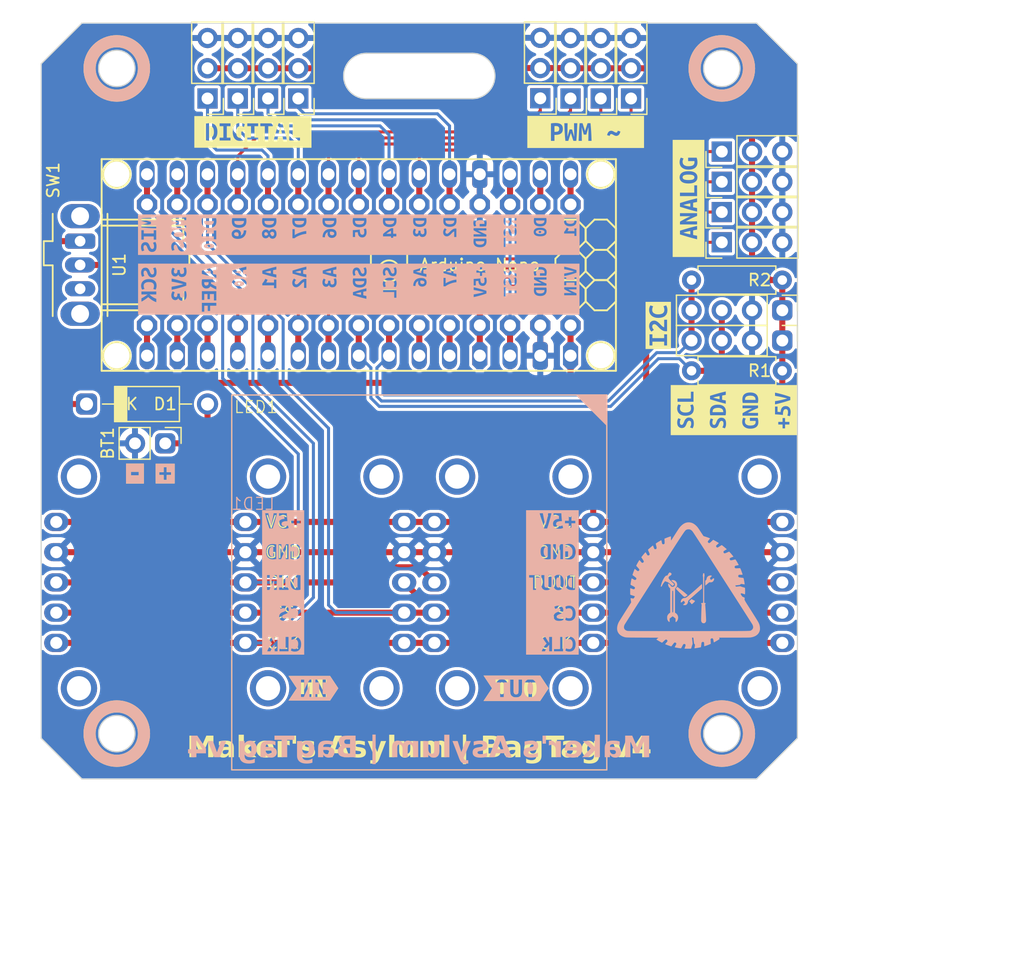
<source format=kicad_pcb>
(kicad_pcb (version 20240108) (generator "pcbnew") (generator_version "8.0")
  (title_block (title "8x8_Badge") (date "2023-06-19") (rev "v3") (company "Maker's Asylum"))
  (layers (0 "F.Cu" signal) (31 "B.Cu" signal) (36 "B.SilkS" user "B.Silkscreen") (37 "F.SilkS" user "F.Silkscreen") (38 "B.Mask" user) (39 "F.Mask" user) (44 "Edge.Cuts" user))
  (net 0 "")
  (net 1 "/GND")
  (net 2 "/SCL")
  (net 3 "/SDA")
  (net 4 "/5V")
  (net 5 "/D2")
  (net 6 "/D3")
  (net 7 "/D4")
  (net 8 "/D5")
  (net 9 "/D6")
  (net 10 "/D7")
  (net 11 "/D8")
  (net 12 "/D9")
  (net 13 "/D10")
  (net 14 "/MOSI")
  (net 15 "/MISO")
  (net 16 "/SCK")
  (net 17 "/RST1")
  (net 18 "/D0")
  (net 19 "/D1")
  (net 20 "/A7")
  (net 21 "/A6")
  (net 22 "/A3")
  (net 23 "/A2")
  (net 24 "/A1")
  (net 25 "/A0")
  (net 26 "/AREF")
  (net 27 "/3V3")
  (net 28 "/VIN")
  (net 29 "/9V")
  (net 30 "/8V3")
  (net 31 "/DOUT")
  (footprint "BagTag:PinHeader_1x03_P2.54mm_Vertical" (layer "F.Cu") (at 90.17 52.04 180)
    (property "Reference" "J10" (hide yes))
    (property "Value" "Conn_01x03")
  )
  (footprint "BagTag:PinHeader_1x03_P2.54mm_Vertical" (layer "F.Cu") (at 97.79 52.055 180)
    (property "Reference" "J7" (hide yes))
    (property "Value" "Conn_01x03")
  )
  (footprint "BagTag:PinHeader_1x01_P2.54mm_Vertical" (layer "F.Cu") (at 64.77 71.12)
    (property "Reference" "J43" (hide yes))
    (property "Value" "A0" (hide yes))
  )
  (footprint "kibuzzard-663CED10" (layer "F.Cu") (at 102.616 60.452 90)
    (property "Reference" "kibuzzard-663CED10" (hide yes))
    (property "Value" "G***" (hide yes))
  )
  (footprint "BagTag:PinHeader_1x01_P2.54mm_Vertical" (layer "F.Cu") (at 62.23 71.12)
    (property "Reference" "J44" (hide yes))
    (property "Value" "AREF" (hide yes))
  )
  (footprint "BagTag:PinHeader_1x01_P2.54mm_Vertical" (layer "F.Cu") (at 72.39 71.12)
    (property "Reference" "J40" (hide yes))
    (property "Value" "A3" (hide yes))
  )
  (footprint "kibuzzard-663CED63" (layer "F.Cu") (at 106.426 78.232 90)
    (property "Reference" "kibuzzard-663CED63" (hide yes))
    (property "Value" "G***" (hide yes))
  )
  (footprint "BagTag:PinHeader_1x03_P2.54mm_Vertical" (layer "F.Cu") (at 105.41 61.595 90)
    (property "Reference" "J13" (hide yes))
    (property "Value" "Conn_01x03")
  )
  (footprint "BagTag:PinHeader_1x03_P2.54mm_Vertical" (layer "F.Cu") (at 62.23 52.055 180)
    (property "Reference" "J6" (hide yes))
    (property "Value" "Conn_01x03")
  )
  (footprint "BagTag:PinHeader_1x01_P2.54mm_Vertical" (layer "F.Cu") (at 85.09 60.96)
    (property "Reference" "J49" (hide yes))
    (property "Value" "GND2" (hide yes))
  )
  (footprint "kibuzzard-663CED23" (layer "F.Cu") (at 93.98 54.864)
    (property "Reference" "kibuzzard-663CED23" (hide yes))
    (property "Value" "G***" (hide yes))
  )
  (footprint "BagTag:PinHeader_1x01_P2.54mm_Vertical" (layer "F.Cu") (at 67.31 71.12)
    (property "Reference" "J42" (hide yes))
    (property "Value" "A1" (hide yes))
  )
  (footprint "BagTag:PinHeader_1x03_P2.54mm_Vertical" (layer "F.Cu") (at 105.41 56.515 90)
    (property "Reference" "J11" (hide yes))
    (property "Value" "Conn_01x03")
  )
  (footprint "BagTag:PinHeader_1x01_P2.54mm_Vertical" (layer "F.Cu") (at 82.55 60.96)
    (property "Reference" "J20" (hide yes))
    (property "Value" "D2" (hide yes))
  )
  (footprint "BagTag:PinHeader_1x03_P2.54mm_Vertical" (layer "F.Cu") (at 64.77 52.055 180)
    (property "Reference" "J5" (hide yes))
    (property "Value" "Conn_01x03")
  )
  (footprint "BagTag:PinHeader_1x01_P2.54mm_Vertical" (layer "F.Cu") (at 77.47 60.96)
    (property "Reference" "J22" (hide yes))
    (property "Value" "D4" (hide yes))
  )
  (footprint "BagTag:PinHeader_1x01_P2.54mm_Vertical" (layer "F.Cu") (at 74.93 71.12)
    (property "Reference" "J39" (hide yes))
    (property "Value" "A4" (hide yes))
  )
  (footprint "BagTag:PinHeader_1x01_P2.54mm_Vertical" (layer "F.Cu") (at 80.01 71.12)
    (property "Reference" "J37" (hide yes))
    (property "Value" "A6" (hide yes))
  )
  (footprint "BagTag:PinHeader_1x02_P2.54mm_Vertical" (layer "F.Cu") (at 58.679 81.026 -90)
    (property "Reference" "BT1")
    (property "Value" "Bat")
  )
  (footprint "BagTag:PinHeader_1x04_P2.54mm_Vertical" (layer "F.Cu") (at 110.49 69.85 -90)
    (property "Reference" "J2" (hide yes))
    (property "Value" "Conn_I2C" (hide yes))
  )
  (footprint "BagTag:kibuzzard-6461CA3D" (layer "F.Cu") (at 100.076 71.12 90)
    (property "Reference" "kibuzzard-6461CA3D" (hide yes))
    (property "Value" "G***" (hide yes))
  )
  (footprint "BagTag:LED_matrix_8x8_M1088ASR" (layer "F.Cu") (at 80.01 92.71)
    (property "Reference" "LED1")
    (property "Value" "LED_8x8_1088AS")
  )
  (footprint "BagTag:PinHeader_1x01_P2.54mm_Vertical" (layer "F.Cu") (at 59.69 60.96)
    (property "Reference" "J29" (hide yes))
    (property "Value" "D11" (hide yes))
  )
  (footprint "BagTag:PinHeader_1x01_P2.54mm_Vertical" (layer "F.Cu") (at 59.69 71.12)
    (property "Reference" "J47" (hide yes))
    (property "Value" "3V3" (hide yes))
  )
  (footprint "BagTag:PinHeader_1x01_P2.54mm_Vertical" (layer "F.Cu") (at 74.93 60.96)
    (property "Reference" "J23" (hide yes))
    (property "Value" "D5" (hide yes))
  )
  (footprint "BagTag:PinHeader_1x01_P2.54mm_Vertical" (layer "F.Cu") (at 62.23 60.96)
    (property "Reference" "J28" (hide yes))
    (property "Value" "D10" (hide yes))
  )
  (footprint "BagTag:PinHeader_1x01_P2.54mm_Vertical" (layer "F.Cu") (at 90.17 60.96)
    (property "Reference" "J34" (hide yes))
    (property "Value" "D0" (hide yes))
  )
  (footprint "BagTag:PinHeader_1x04_P2.54mm_Vertical" (layer "F.Cu") (at 110.49 72.39 -90)
    (property "Reference" "J1" (hide yes))
    (property "Value" "Conn_I2C")
  )
  (footprint "BagTag:PinHeader_1x01_P2.54mm_Vertical" (layer "F.Cu") (at 87.63 60.96)
    (property "Reference" "J33" (hide yes))
    (property "Value" "RST1" (hide yes))
  )
  (footprint "BagTag:PinHeader_1x01_P2.54mm_Vertical" (layer "F.Cu") (at 82.55 71.12)
    (property "Reference" "J36" (hide yes))
    (property "Value" "A7" (hide yes))
  )
  (footprint "BagTag:PinHeader_1x01_P2.54mm_Vertical" (layer "F.Cu") (at 90.17 71.12)
    (property "Reference" "J48" (hide yes))
    (property "Value" "GND1" (hide yes))
  )
  (footprint "BagTag:LED_8x8_M1088ASR_min" (layer "F.Cu") (at 95.885 92.71)
    (property "Reference" "LED2" (hide yes))
    (property "Value" "LED_8x8_1088AS" (hide yes))
  )
  (footprint "BagTag:kibuzzard-6461CA60" (layer "F.Cu") (at 71.12 101.6)
    (property "Reference" "kibuzzard-6461CA60" (hide yes))
    (property "Value" "G***" (hide yes))
  )
  (footprint "BagTag:PinHeader_1x01_P2.54mm_Vertical" (layer "F.Cu") (at 67.31 60.96)
    (property "Reference" "J26" (hide yes))
    (property "Value" "D8" (hide yes))
  )
  (footprint "BagTag:PinHeader_1x03_P2.54mm_Vertical" (layer "F.Cu") (at 105.41 59.055 90)
    (property "Reference" "J12" (hide yes))
    (property "Value" "Conn_01x03")
  )
  (footprint "BagTag:PinHeader_1x01_P2.54mm_Vertical" (layer "F.Cu") (at 85.09 71.12)
    (property "Reference" "J46" (hide yes))
    (property "Value" "5V" (hide yes))
  )
  (footprint "BagTag:PinHeader_1x01_P2.54mm_Vertical" (layer "F.Cu") (at 80.01 60.96)
    (property "Reference" "J21" (hide yes))
    (property "Value" "D3" (hide yes))
  )
  (footprint "BagTag:PinHeader_1x03_P2.54mm_Vertical" (layer "F.Cu") (at 69.85 52.055 180)
    (property "Reference" "J3" (hide yes))
    (property "Value" "Conn_01x03")
  )
  (footprint "BagTag:kibuzzard-64612FED" (layer "F.Cu") (at 56.134 83.566 180)
    (property "Reference" "kibuzzard-64612FED" (hide yes))
    (property "Value" "G***" (hide yes))
  )
  (footprint "BagTag:PinHeader_1x01_P2.54mm_Vertical" (layer "F.Cu") (at 69.85 71.12)
    (property "Reference" "J41" (hide yes))
    (property "Value" "A2" (hide yes))
  )
  (footprint "BagTag:kibuzzard-6461CA59" (layer "F.Cu") (at 88.138 101.6)
    (property "Reference" "kibuzzard-6461CA59" (hide yes))
    (property "Value" "G***" (hide yes))
  )
  (footprint "BagTag:R_Axial_DIN0207_L6.3mm_D2.5mm_P7.62mm_Horizontal" (layer "F.Cu") (at 110.49 67.31 180)
    (property "Reference" "R2")
    (property "Value" "10k")
  )
  (footprint "BagTag:PinHeader_1x01_P2.54mm_Vertical" (layer "F.Cu") (at 57.15 71.12)
    (property "Reference" "J31" (hide yes))
    (property "Value" "D13" (hide yes))
  )
  (footprint "BagTag:PinHeader_1x01_P2.54mm_Vertical" (layer "F.Cu") (at 57.15 60.96)
    (property "Reference" "J30" (hide yes))
    (property "Value" "D12" (hide yes))
  )
  (footprint "BagTag:PinHeader_1x03_P2.54mm_Vertical" (layer "F.Cu") (at 67.31 52.055 180)
    (property "Reference" "J4" (hide yes))
    (property "Value" "Conn_01x03")
  )
  (footprint "BagTag:PinHeader_1x01_P2.54mm_Vertical" (layer "F.Cu") (at 72.39 60.96)
    (property "Reference" "J24" (hide yes))
    (property "Value" "D6" (hide yes))
  )
  (footprint "BagTag:PinHeader_1x01_P2.54mm_Vertical" (layer "F.Cu") (at 64.77 60.96)
    (property "Reference" "J27" (hide yes))
    (property "Value" "D9" (hide yes))
  )
  (footprint "BagTag:PinHeader_1x03_P2.54mm_Vertical" (layer "F.Cu") (at 92.71 52.055 180)
    (property "Reference" "J9" (hide yes))
    (property "Value" "Conn_01x03")
  )
  (footprint "BagTag:Arduino_Nano_v2_NoSPI" (layer "F.Cu") (at 95.25 66.04 -90)
    (property "Reference" "U1")
    (property "Value" "Arduino_Nano")
  )
  (footprint "BagTag:LED_8x8_M1088ASR_min" (layer "F.Cu") (at 64.135 92.71)
    (property "Reference" "LED3" (hide yes))
    (property "Value" "LED_8x8_1088AS" (hide yes))
  )
  (footprint "BagTag:SW_CuK_OS102011MA1QN1_SPDT_Angled" (layer "F.Cu") (at 51.53 64.04 -90)
    (property "Reference" "SW1")
    (property "Value" "ON")
  )
  (footprint "BagTag:PinHeader_1x01_P2.54mm_Vertical" (layer "F.Cu") (at 92.71 71.12)
    (property "Reference" "J45" (hide yes))
    (property "Value" "VIN" (hide yes))
  )
  (footprint "BagTag:PinHeader_1x01_P2.54mm_Vertical" (layer "F.Cu") (at 77.47 71.12)
    (property "Reference" "J38" (hide yes))
    (property "Value" "A5" (hide yes))
  )
  (footprint "BagTag:kibuzzard-64612FA6" (layer "F.Cu") (at 58.674 83.566 180)
    (property "Reference" "kibuzzard-64612FA6" (hide yes))
    (property "Value" "G***" (hide yes))
  )
  (footprint "BagTag:PinHeader_1x01_P2.54mm_Vertical" (layer "F.Cu") (at 69.85 60.96)
    (property "Reference" "J25" (hide yes))
    (property "Value" "D7" (hide yes))
  )
  (footprint "BagTag:PinHeader_1x03_P2.54mm_Vertical" (layer "F.Cu") (at 95.25 52.055 180)
    (property "Reference" "J8" (hide yes))
    (property "Value" "Conn_01x03")
  )
  (footprint "BagTag:PinHeader_1x03_P2.54mm_Vertical" (layer "F.Cu") (at 105.41 64.135 90)
    (property "Reference" "J14" (hide yes))
    (property "Value" "Conn_01x03")
  )
  (footprint "BagTag:PinHeader_1x01_P2.54mm_Vertical" (layer "F.Cu") (at 92.71 60.96)
    (property "Reference" "J35" (hide yes))
    (property "Value" "D1" (hide yes))
  )
  (footprint "BagTag:D_DO-41_SOD81_P10.16mm_Horizontal" (layer "F.Cu") (at 52.07 77.724)
    (property "Reference" "D1")
    (property "Value" "1N4001")
  )
  (footprint "BagTag:R_Axial_DIN0207_L6.3mm_D2.5mm_P7.62mm_Horizontal" (layer "F.Cu") (at 110.49 74.93 180)
    (property "Reference" "R1")
    (property "Value" "10k")
  )
  (footprint "BagTag:PinHeader_1x01_P2.54mm_Vertical" (layer "F.Cu") (at 87.63 71.12)
    (property "Reference" "J32" (hide yes))
    (property "Value" "RST1" (hide yes))
  )
  (footprint "kibuzzard-663CECFE" (layer "F.Cu") (at 66.04 54.864)
    (property "Reference" "kibuzzard-663CECFE" (hide yes))
    (property "Value" "G***" (hide yes))
  )
  (footprint "BagTag:kibuzzard-64612FA6" (layer "B.Cu") (at 58.674 83.566 180)
    (property "Reference" "kibuzzard-64612FA6" (hide yes))
    (property "Value" "G***" (hide yes))
  )
  (footprint "BagTag:MA_logo_12mmx10mm" (layer "B.Cu") (at 102.616 92.964 180)
    (property "Reference" "G***" (hide yes))
    (property "Value" "LOGO" (hide yes))
  )
  (footprint "BagTag:kibuzzard-6461377A" (layer "B.Cu") (at 74.93 63.5 -90)
    (property "Reference" "kibuzzard-6461377A" (hide yes))
    (property "Value" "G***" (hide yes))
  )
  (footprint "BagTag:kibuzzard-64612FED" (layer "B.Cu") (at 56.134 83.566 180)
    (property "Reference" "kibuzzard-64612FED" (hide yes))
    (property "Value" "G***" (hide yes))
  )
  (footprint "BagTag:kibuzzard-6461376B" (layer "B.Cu") (at 74.93 68.072 -90)
    (property "Reference" "kibuzzard-6461376B" (hide yes))
    (property "Value" "G***" (hide yes))
  )
  (footprint "BagTag:kibuzzard-646134AD" (layer "B.Cu") (at 68.58 92.71 180)
    (property "Reference" "kibuzzard-646134AD" (hide yes))
    (property "Value" "G***" (hide yes))
  )
  (footprint "BagTag:kibuzzard-6461CA4A" (layer "B.Cu") (at 71.12 101.6 180)
    (property "Reference" "kibuzzard-6461CA4A" (hide yes))
    (property "Value" "G***" (hide yes))
  )
  (footprint "BagTag:kibuzzard-6461CA6F" (layer "B.Cu") (at 88.138 101.6 180)
    (property "Reference" "kibuzzard-6461CA6F" (hide yes))
    (property "Value" "G***" (hide yes))
  )
  (footprint "BagTag:kibuzzard-646134FF" (layer "B.Cu") (at 91.186 92.71 180)
    (property "Reference" "kibuzzard-646134FF" (hide yes))
    (property "Value" "G***" (hide yes))
  )
  (gr_circle (center 54.61 105.41) (end 56.896 105.41) (stroke (width 1.016)) (fill none) (layer "B.SilkS"))
  (gr_circle (center 54.61 49.53) (end 56.896 49.53) (stroke (width 1.016)) (fill none) (layer "B.SilkS"))
  (gr_circle (center 105.41 49.53) (end 107.696 49.53) (stroke (width 1.016)) (fill none) (layer "B.SilkS"))
  (gr_circle (center 105.41 105.41) (end 107.696 105.41) (stroke (width 1.016)) (fill none) (layer "B.SilkS"))
  (gr_circle (center 54.61 105.41) (end 52.324 105.41) (stroke (width 1.016)) (fill none) (layer "F.SilkS"))
  (gr_circle (center 105.41 49.53) (end 103.124 49.53) (stroke (width 1.016)) (fill none) (layer "F.SilkS"))
  (gr_circle (center 105.41 105.41) (end 103.124 105.41) (stroke (width 1.016)) (fill none) (layer "F.SilkS"))
  (gr_circle (center 54.61 49.53) (end 52.324 49.53) (stroke (width 1.016)) (fill none) (layer "F.SilkS"))
  (gr_line (start 84.455 52.07) (end 75.565 52.07) (stroke (width 0.1)) (layer "Edge.Cuts"))
  (gr_line (start 48.26 61.722) (end 48.26 105.791) (stroke (width 0.1)) (layer "Edge.Cuts"))
  (gr_circle (center 105.41 49.53) (end 106.934 49.53) (stroke (width 0.1)) (fill none) (layer "Edge.Cuts"))
  (gr_line (start 48.26 49.149) (end 51.689 45.72) (stroke (width 0.1)) (layer "Edge.Cuts"))
  (gr_line (start 51.689 45.72) (end 108.331 45.72) (stroke (width 0.1)) (layer "Edge.Cuts"))
  (gr_line (start 48.26 57.658) (end 48.26 61.722) (stroke (width 0.1)) (layer "Edge.Cuts"))
  (gr_line (start 111.76 49.149) (end 108.331 45.72) (stroke (width 0.1)) (layer "Edge.Cuts"))
  (gr_line (start 108.331 109.22) (end 111.76 105.791) (stroke (width 0.1)) (layer "Edge.Cuts"))
  (gr_arc (start 75.565 52.07) (mid 73.66 50.165) (end 75.565 48.26) (stroke (width 0.1)) (layer "Edge.Cuts"))
  (gr_circle (center 54.61 105.41) (end 56.134 105.41) (stroke (width 0.1)) (fill none) (layer "Edge.Cuts"))
  (gr_line (start 108.331 109.22) (end 51.689 109.22) (stroke (width 0.1)) (layer "Edge.Cuts"))
  (gr_line (start 48.26 105.791) (end 51.689 109.22) (stroke (width 0.1)) (layer "Edge.Cuts"))
  (gr_line (start 111.76 49.149) (end 111.76 57.658) (stroke (width 0.1)) (layer "Edge.Cuts"))
  (gr_line (start 111.76 61.722) (end 111.76 105.791) (stroke (width 0.1)) (layer "Edge.Cuts"))
  (gr_circle (center 105.41 105.41) (end 106.934 105.41) (stroke (width 0.1)) (fill none) (layer "Edge.Cuts"))
  (gr_circle (center 54.61 49.53) (end 56.134 49.53) (stroke (width 0.1)) (fill none) (layer "Edge.Cuts"))
  (gr_line (start 111.76 61.722) (end 111.76 57.658) (stroke (width 0.1)) (layer "Edge.Cuts"))
  (gr_arc (start 84.455 48.26) (mid 86.36 50.165) (end 84.455 52.07) (stroke (width 0.1)) (layer "Edge.Cuts"))
  (gr_line (start 75.565 48.26) (end 84.455 48.26) (stroke (width 0.1)) (layer "Edge.Cuts"))
  (gr_line (start 48.26 49.149) (end 48.26 57.658) (stroke (width 0.1)) (layer "Edge.Cuts"))
  (gr_text "Maker's Asylum | BagTag v4" (at 80.01 107.696 0) (layer "B.SilkS") (effects (font (size 1.778 1.778)) (justify bottom mirror)))
  (gr_text "Maker's Asylum | BagTag v4" (at 80.01 107.696 0) (layer "F.SilkS") (effects (font (size 1.778 1.778)) (justify bottom)))
  (segment (start 94.615 90.17) (end 110.49 90.17) (width 0.508) (layer "F.Cu") (net 1))
  (segment (start 65.405 90.17) (end 78.74 90.17) (width 0.508) (layer "F.Cu") (net 1))
  (segment (start 49.53 90.17) (end 65.405 90.17) (width 0.508) (layer "F.Cu") (net 1))
  (segment (start 85.09 60.96) (end 85.09 58.42) (width 0.508) (layer "F.Cu") (net 1))
  (segment (start 81.28 90.17) (end 94.615 90.17) (width 0.508) (layer "F.Cu") (net 1))
  (segment (start 78.74 90.17) (end 81.28 90.17) (width 0.508) (layer "F.Cu") (net 1))
  (segment (start 90.17 73.66) (end 90.17 71.12) (width 0.508) (layer "F.Cu") (net 1))
  (segment (start 107.95 69.85) (end 107.95 72.39) (width 0.508) (layer "B.Cu") (net 1))
  (segment (start 92.71 46.975) (end 95.25 46.975) (width 0.508) (layer "B.Cu") (net 1))
  (segment (start 92.695 46.96) (end 92.71 46.975) (width 0.508) (layer "B.Cu") (net 1))
  (segment (start 67.31 46.975) (end 69.85 46.975) (width 0.508) (layer "B.Cu") (net 1))
  (segment (start 110.49 59.055) (end 110.49 56.515) (width 0.508) (layer "B.Cu") (net 1))
  (segment (start 95.25 46.975) (end 97.79 46.975) (width 0.508) (layer "B.Cu") (net 1))
  (segment (start 110.49 64.135) (end 110.49 61.595) (width 0.508) (layer "B.Cu") (net 1))
  (segment (start 62.23 46.975) (end 64.77 46.975) (width 0.508) (layer "B.Cu") (net 1))
  (segment (start 64.77 46.975) (end 67.31 46.975) (width 0.508) (layer "B.Cu") (net 1))
  (segment (start 90.17 46.96) (end 92.695 46.96) (width 0.508) (layer "B.Cu") (net 1))
  (segment (start 110.49 61.595) (end 110.49 59.055) (width 0.508) (layer "B.Cu") (net 1))
  (segment (start 102.87 72.39) (end 102.87 69.85) (width 0.508) (layer "F.Cu") (net 2))
  (segment (start 77.47 73.66) (end 77.47 71.12) (width 0.508) (layer "F.Cu") (net 2))
  (segment (start 102.87 69.85) (end 102.87 67.31) (width 0.508) (layer "F.Cu") (net 2))
  (segment (start 77.47 73.66) (end 76.454 74.676) (width 0.254) (layer "B.Cu") (net 2))
  (segment (start 76.454 77.081948) (end 76.842052 77.47) (width 0.254) (layer "B.Cu") (net 2))
  (segment (start 76.454 74.676) (end 76.454 77.081948) (width 0.254) (layer "B.Cu") (net 2))
  (segment (start 95.885 77.47) (end 99.949 73.406) (width 0.254) (layer "B.Cu") (net 2))
  (segment (start 99.949 73.406) (end 101.854 73.406) (width 0.254) (layer "B.Cu") (net 2))
  (segment (start 76.842052 77.47) (end 95.885 77.47) (width 0.254) (layer "B.Cu") (net 2))
  (segment (start 101.854 73.406) (end 102.87 72.39) (width 0.254) (layer "B.Cu") (net 2))
  (segment (start 105.41 73.66) (end 104.14 74.93) (width 0.508) (layer "F.Cu") (net 3))
  (segment (start 105.41 69.85) (end 105.41 72.39) (width 0.508) (layer "F.Cu") (net 3))
  (segment (start 74.93 73.66) (end 74.93 71.12) (width 0.508) (layer "F.Cu") (net 3))
  (segment (start 104.14 74.93) (end 102.87 74.93) (width 0.508) (layer "F.Cu") (net 3))
  (segment (start 105.41 72.39) (end 105.41 73.66) (width 0.508) (layer "F.Cu") (net 3))
  (segment (start 76.654 77.924) (end 75.946 77.216) (width 0.254) (layer "B.Cu") (net 3))
  (segment (start 102.87 74.93) (end 101.854 73.914) (width 0.254) (layer "B.Cu") (net 3))
  (segment (start 100.083053 73.914) (end 96.073053 77.924) (width 0.254) (layer "B.Cu") (net 3))
  (segment (start 75.946 74.676) (end 74.93 73.66) (width 0.254) (layer "B.Cu") (net 3))
  (segment (start 75.946 77.216) (end 75.946 74.676) (width 0.254) (layer "B.Cu") (net 3))
  (segment (start 96.073053 77.924) (end 76.654 77.924) (width 0.254) (layer "B.Cu") (net 3))
  (segment (start 101.854 73.914) (end 100.083053 73.914) (width 0.254) (layer "B.Cu") (net 3))
  (segment (start 95.25 49.515) (end 97.79 49.515) (width 0.508) (layer "F.Cu") (net 4))
  (segment (start 107.95 65.786) (end 109.474 67.31) (width 0.508) (layer "F.Cu") (net 4))
  (segment (start 49.53 87.63) (end 65.405 87.63) (width 0.508) (layer "F.Cu") (net 4))
  (segment (start 100.076 50.673) (end 98.918 49.515) (width 0.508) (layer "F.Cu") (net 4))
  (segment (start 71.135 49.515) (end 73.66 46.99) (width 0.508) (layer "F.Cu") (net 4))
  (segment (start 97.536 69.342) (end 99.06 70.866) (width 0.508) (layer "F.Cu") (net 4))
  (segment (start 110.49 74.93) (end 110.49 76.2) (width 0.508) (layer "F.Cu") (net 4))
  (segment (start 78.74 87.63) (end 81.28 87.63) (width 0.508) (layer "F.Cu") (net 4))
  (segment (start 107.95 61.595) (end 107.95 64.135) (width 0.508) (layer "F.Cu") (net 4))
  (segment (start 92.695 49.5) (end 92.71 49.515) (width 0.508) (layer "F.Cu") (net 4))
  (segment (start 110.49 69.85) (end 110.49 72.39) (width 0.508) (layer "F.Cu") (net 4))
  (segment (start 85.09 73.66) (end 85.09 71.12) (width 0.508) (layer "F.Cu") (net 4))
  (segment (start 73.66 46.99) (end 86.106 46.99) (width 0.508) (layer "F.Cu") (net 4))
  (segment (start 86.106 46.99) (end 88.616 49.5) (width 0.508) (layer "F.Cu") (net 4))
  (segment (start 85.09 71.12) (end 85.09 70.104) (width 0.508) (layer "F.Cu") (net 4))
  (segment (start 110.49 72.39) (end 110.49 74.93) (width 0.508) (layer "F.Cu") (net 4))
  (segment (start 64.77 49.515) (end 67.31 49.515) (width 0.508) (layer "F.Cu") (net 4))
  (segment (start 99.06 77.47) (end 99.06 84.582) (width 0.508) (layer "F.Cu") (net 4))
  (segment (start 107.95 55.372) (end 107.188 54.61) (width 0.508) (layer "F.Cu") (net 4))
  (segment (start 99.06 84.582) (end 98.044 85.598) (width 0.508) (layer "F.Cu") (net 4))
  (segment (start 65.405 87.63) (end 78.74 87.63) (width 0.508) (layer "F.Cu") (net 4))
  (segment (start 90.17 49.5) (end 92.695 49.5) (width 0.508) (layer "F.Cu") (net 4))
  (segment (start 109.22 77.47) (end 99.06 77.47) (width 0.508) (layer "F.Cu") (net 4))
  (segment (start 107.95 56.515) (end 107.95 59.055) (width 0.508) (layer "F.Cu") (net 4))
  (segment (start 85.852 69.342) (end 97.536 69.342) (width 0.508) (layer "F.Cu") (net 4))
  (segment (start 85.09 70.104) (end 85.852 69.342) (width 0.508) (layer "F.Cu") (net 4))
  (segment (start 62.23 49.515) (end 64.77 49.515) (width 0.508) (layer "F.Cu") (net 4))
  (segment (start 92.71 49.515) (end 95.25 49.515) (width 0.508) (layer "F.Cu") (net 4))
  (segment (start 101.6 54.61) (end 100.076 53.086) (width 0.508) (layer "F.Cu") (net 4))
  (segment (start 109.474 67.31) (end 110.49 67.31) (width 0.508) (layer "F.Cu") (net 4))
  (segment (start 69.85 49.515) (end 71.135 49.515) (width 0.508) (layer "F.Cu") (net 4))
  (segment (start 110.49 67.31) (end 110.49 69.85) (width 0.508) (layer "F.Cu") (net 4))
  (segment (start 107.188 54.61) (end 101.6 54.61) (width 0.508) (layer "F.Cu") (net 4))
  (segment (start 67.31 49.515) (end 69.85 49.515) (width 0.508) (layer "F.Cu") (net 4))
  (segment (start 110.49 76.2) (end 109.22 77.47) (width 0.508) (layer "F.Cu") (net 4))
  (segment (start 98.918 49.515) (end 97.79 49.515) (width 0.508) (layer "F.Cu") (net 4))
  (segment (start 100.076 53.086) (end 100.076 50.673) (width 0.508) (layer "F.Cu") (net 4))
  (segment (start 94.615 86.487) (end 94.615 87.63) (width 0.508) (layer "F.Cu") (net 4))
  (segment (start 107.95 59.055) (end 107.95 61.595) (width 0.508) (layer "F.Cu") (net 4))
  (segment (start 88.616 49.5) (end 90.17 49.5) (width 0.508) (layer "F.Cu") (net 4))
  (segment (start 81.28 87.63) (end 110.49 87.63) (width 0.508) (layer "F.Cu") (net 4))
  (segment (start 98.044 85.598) (end 95.504 85.598) (width 0.508) (layer "F.Cu") (net 4))
  (segment (start 107.95 64.135) (end 107.95 65.786) (width 0.508) (layer "F.Cu") (net 4))
  (segment (start 99.06 70.866) (end 99.06 77.47) (width 0.508) (layer "F.Cu") (net 4))
  (segment (start 95.504 85.598) (end 94.615 86.487) (width 0.508) (layer "F.Cu") (net 4))
  (segment (start 107.95 56.515) (end 107.95 55.372) (width 0.508) (layer "F.Cu") (net 4))
  (segment (start 82.55 58.42) (end 82.55 60.96) (width 0.508) (layer "F.Cu") (net 5))
  (segment (start 81.534 53.34) (end 70.358 53.34) (width 0.254) (layer "B.Cu") (net 5))
  (segment (start 69.85 52.832) (end 69.85 52.055) (width 0.254) (layer "B.Cu") (net 5))
  (segment (start 82.55 58.42) (end 82.55 54.356) (width 0.254) (layer "B.Cu") (net 5))
  (segment (start 70.358 53.34) (end 69.85 52.832) (width 0.254) (layer "B.Cu") (net 5))
  (segment (start 82.55 54.356) (end 81.534 53.34) (width 0.254) (layer "B.Cu") (net 5))
  (segment (start 80.518 56.388) (end 94.615 56.388) (width 0.254) (layer "F.Cu") (net 6))
  (segment (start 97.79 53.213) (end 97.79 52.055) (width 0.254) (layer "F.Cu") (net 6))
  (segment (start 94.615 56.388) (end 97.79 53.213) (width 0.254) (layer "F.Cu") (net 6))
  (segment (start 80.01 60.96) (end 80.01 58.42) (width 0.508) (layer "F.Cu") (net 6))
  (segment (start 80.01 58.42) (end 80.01 56.896) (width 0.254) (layer "F.Cu") (net 6))
  (segment (start 80.01 56.896) (end 80.518 56.388) (width 0.254) (layer "F.Cu") (net 6))
  (segment (start 77.47 58.42) (end 77.47 60.96) (width 0.508) (layer "F.Cu") (net 7))
  (segment (start 67.31 53.34) (end 67.31 52.055) (width 0.254) (layer "B.Cu") (net 7))
  (segment (start 68.326 54.356) (end 67.31 53.34) (width 0.254) (layer "B.Cu") (net 7))
  (segment (start 76.708 54.356) (end 68.326 54.356) (width 0.254) (layer "B.Cu") (net 7))
  (segment (start 77.47 55.118) (end 76.708 54.356) (width 0.254) (layer "B.Cu") (net 7))
  (segment (start 77.47 58.42) (end 77.47 55.118) (width 0.254) (layer "B.Cu") (net 7))
  (segment (start 74.93 58.42) (end 74.93 56.896) (width 0.254) (layer "F.Cu") (net 8))
  (segment (start 74.93 56.896) (end 75.946 55.88) (width 0.254) (layer "F.Cu") (net 8))
  (segment (start 75.946 55.88) (end 92.583 55.88) (width 0.254) (layer "F.Cu") (net 8))
  (segment (start 92.583 55.88) (end 95.25 53.213) (width 0.254) (layer "F.Cu") (net 8))
  (segment (start 95.25 53.213) (end 95.25 52.055) (width 0.254) (layer "F.Cu") (net 8))
  (segment (start 74.93 60.96) (end 74.93 58.42) (width 0.508) (layer "F.Cu") (net 8))
  (segment (start 73.914 55.372) (end 90.424 55.372) (width 0.254) (layer "F.Cu") (net 9))
  (segment (start 72.39 56.896) (end 73.914 55.372) (width 0.254) (layer "F.Cu") (net 9))
  (segment (start 72.39 58.42) (end 72.39 60.96) (width 0.508) (layer "F.Cu") (net 9))
  (segment (start 72.39 58.42) (end 72.39 56.896) (width 0.254) (layer "F.Cu") (net 9))
  (segment (start 92.71 53.086) (end 92.71 52.055) (width 0.254) (layer "F.Cu") (net 9))
  (segment (start 90.424 55.372) (end 92.71 53.086) (width 0.254) (layer "F.Cu") (net 9))
  (segment (start 69.85 60.96) (end 69.85 58.42) (width 0.508) (layer "F.Cu") (net 10))
  (segment (start 69.85 58.42) (end 69.85 56.134) (width 0.254) (layer "B.Cu") (net 10))
  (segment (start 69.088 55.372) (end 65.532 55.372) (width 0.254) (layer "B.Cu") (net 10))
  (segment (start 64.77 54.61) (end 64.77 52.055) (width 0.254) (layer "B.Cu") (net 10))
  (segment (start 65.532 55.372) (end 64.77 54.61) (width 0.254) (layer "B.Cu") (net 10))
  (segment (start 69.85 56.134) (end 69.088 55.372) (width 0.254) (layer "B.Cu") (net 10))
  (segment (start 67.31 58.42) (end 67.31 60.96) (width 0.508) (layer "F.Cu") (net 11))
  (segment (start 67.31 56.896) (end 66.802 56.388) (width 0.254) (layer "B.Cu") (net 11))
  (segment (start 66.802 56.388) (end 62.992 56.388) (width 0.254) (layer "B.Cu") (net 11))
  (segment (start 67.31 58.42) (end 67.31 56.896) (width 0.254) (layer "B.Cu") (net 11))
  (segment (start 62.23 55.626) (end 62.23 52.055) (width 0.254) (layer "B.Cu") (net 11))
  (segment (start 62.992 56.388) (end 62.23 55.626) (width 0.254) (layer "B.Cu") (net 11))
  (segment (start 66.802 54.864) (end 88.392 54.864) (width 0.254) (layer "F.Cu") (net 12))
  (segment (start 64.77 58.42) (end 64.77 56.896) (width 0.254) (layer "F.Cu") (net 12))
  (segment (start 88.392 54.864) (end 90.17 53.086) (width 0.254) (layer "F.Cu") (net 12))
  (segment (start 64.77 60.96) (end 64.77 58.42) (width 0.508) (layer "F.Cu") (net 12))
  (segment (start 64.77 56.896) (end 66.802 54.864) (width 0.254) (layer "F.Cu") (net 12))
  (segment (start 90.17 53.086) (end 90.17 52.04) (width 0.254) (layer "F.Cu") (net 12))
  (segment (start 49.53 95.25) (end 65.405 95.25) (width 0.508) (layer "F.Cu") (net 13))
  (segment (start 78.74 95.25) (end 81.28 95.25) (width 0.508) (layer "F.Cu") (net 13))
  (segment (start 62.23 58.42) (end 62.23 60.96) (width 0.508) (layer "F.Cu") (net 13))
  (segment (start 81.28 95.25) (end 94.615 95.25) (width 0.508) (layer "F.Cu") (net 13))
  (segment (start 94.615 95.25) (end 110.49 95.25) (width 0.508) (layer "F.Cu") (net 13))
  (segment (start 65.405 95.25) (end 78.74 95.25) (width 0.508) (layer "F.Cu") (net 13))
  (segment (start 72.39 94.615) (end 73.025 95.25) (width 0.254) (layer "B.Cu") (net 13))
  (segment (start 62.23 64.262) (end 68.58 70.612) (width 0.254) (layer "B.Cu") (net 13))
  (segment (start 73.025 95.25) (end 78.74 95.25) (width 0.254) (layer "B.Cu") (net 13))
  (segment (start 72.39 79.756) (end 72.39 94.615) (width 0.254) (layer "B.Cu") (net 13))
  (segment (start 68.58 70.612) (end 68.58 75.946) (width 0.254) (layer "B.Cu") (net 13))
  (segment (start 68.58 75.946) (end 72.39 79.756) (width 0.254) (layer "B.Cu") (net 13))
  (segment (start 62.23 60.96) (end 62.23 64.262) (width 0.254) (layer "B.Cu") (net 13))
  (segment (start 94.615 97.79) (end 81.28 97.79) (width 0.508) (layer "F.Cu") (net 14))
  (segment (start 110.49 97.79) (end 94.615 97.79) (width 0.508) (layer "F.Cu") (net 14))
  (segment (start 65.405 97.79) (end 49.53 97.79) (width 0.508) (layer "F.Cu") (net 14))
  (segment (start 78.74 97.79) (end 65.405 97.79) (width 0.508) (layer "F.Cu") (net 14))
  (segment (start 81.28 97.79) (end 78.74 97.79) (width 0.508) (layer "F.Cu") (net 14))
  (segment (start 59.69 60.96) (end 59.69 58.42) (width 0.508) (layer "F.Cu") (net 14))
  (segment (start 71.12 93.98) (end 67.31 97.79) (width 0.254) (layer "B.Cu") (net 14))
  (segment (start 59.69 62.738) (end 66.04 69.088) (width 0.254) (layer "B.Cu") (net 14))
  (segment (start 66.04 69.088) (end 66.04 75.946) (width 0.254) (layer "B.Cu") (net 14))
  (segment (start 67.31 97.79) (end 65.405 97.79) (width 0.254) (layer "B.Cu") (net 14))
  (segment (start 59.69 60.96) (end 59.69 62.738) (width 0.254) (layer "B.Cu") (net 14))
  (segment (start 66.04 75.946) (end 71.12 81.026) (width 0.254) (layer "B.Cu") (net 14))
  (segment (start 71.12 81.026) (end 71.12 93.98) (width 0.254) (layer "B.Cu") (net 14))
  (segment (start 76.2 91.44) (end 80.01 91.44) (width 0.508) (layer "F.Cu") (net 15))
  (segment (start 74.93 92.71) (end 76.2 91.44) (width 0.508) (layer "F.Cu") (net 15))
  (segment (start 49.53 92.71) (end 65.405 92.71) (width 0.508) (layer "F.Cu") (net 15))
  (segment (start 65.405 92.71) (end 74.93 92.71) (width 0.508) (layer "F.Cu") (net 15))
  (segment (start 80.01 91.44) (end 81.28 92.71) (width 0.508) (layer "F.Cu") (net 15))
  (segment (start 57.15 58.42) (end 57.15 60.96) (width 0.508) (layer "F.Cu") (net 15))
  (segment (start 69.85 81.915) (end 69.85 91.44) (width 0.254) (layer "B.Cu") (net 15))
  (segment (start 68.58 92.71) (end 65.405 92.71) (width 0.254) (layer "B.Cu") (net 15))
  (segment (start 63.5 67.564) (end 63.5 75.565) (width 0.254) (layer "B.Cu") (net 15))
  (segment (start 63.5 75.565) (end 69.85 81.915) (width 0.254) (layer "B.Cu") (net 15))
  (segment (start 57.15 61.214) (end 63.5 67.564) (width 0.254) (layer "B.Cu") (net 15))
  (segment (start 57.15 60.96) (end 57.15 61.214) (width 0.254) (layer "B.Cu") (net 15))
  (segment (start 69.85 91.44) (end 68.58 92.71) (width 0.254) (layer "B.Cu") (net 15))
  (segment (start 57.15 73.66) (end 57.15 71.12) (width 0.508) (layer "F.Cu") (net 16))
  (segment (start 87.63 73.66) (end 87.63 71.12) (width 0.508) (layer "F.Cu") (net 17))
  (segment (start 87.63 58.42) (end 87.63 60.96) (width 0.508) (layer "F.Cu") (net 17))
  (segment (start 87.63 60.96) (end 87.63 71.12) (width 0.254) (layer "B.Cu") (net 17))
  (segment (start 90.17 60.96) (end 90.17 58.42) (width 0.508) (layer "F.Cu") (net 18))
  (segment (start 92.71 58.42) (end 92.71 60.96) (width 0.508) (layer "F.Cu") (net 19))
  (segment (start 82.55 73.66) (end 82.55 71.12) (width 0.508) (layer "F.Cu") (net 20))
  (segment (start 80.01 73.66) (end 80.01 71.12) (width 0.508) (layer "F.Cu") (net 21))
  (segment (start 72.39 73.66) (end 72.39 71.12) (width 0.508) (layer "F.Cu") (net 22))
  (segment (start 94.996 67.818) (end 74.676 67.818) (width 0.254) (layer "F.Cu") (net 22))
  (segment (start 98.679 64.135) (end 94.996 67.818) (width 0.254) (layer "F.Cu") (net 22))
  (segment (start 72.39 70.104) (end 72.39 71.12) (width 0.254) (layer "F.Cu") (net 22))
  (segment (start 105.41 64.135) (end 98.679 64.135) (width 0.254) (layer "F.Cu") (net 22))
  (segment (start 74.676 67.818) (end 72.39 70.104) (width 0.254) (layer "F.Cu") (net 22))
  (segment (start 72.898 67.056) (end 69.85 70.104) (width 0.254) (layer "F.Cu") (net 23))
  (segment (start 69.85 70.104) (end 69.85 71.12) (width 0.254) (layer "F.Cu") (net 23))
  (segment (start 100.203 61.595) (end 94.742 67.056) (width 0.254) (layer "F.Cu") (net 23))
  (segment (start 69.85 73.66) (end 69.85 71.12) (width 0.508) (layer "F.Cu") (net 23))
  (segment (start 94.742 67.056) (end 72.898 67.056) (width 0.254) (layer "F.Cu") (net 23))
  (segment (start 105.41 61.595) (end 100.203 61.595) (width 0.254) (layer "F.Cu") (net 23))
  (segment (start 101.727 59.055) (end 94.488 66.294) (width 0.254) (layer "F.Cu") (net 24))
  (segment (start 71.12 66.294) (end 67.31 70.104) (width 0.254) (layer "F.Cu") (net 24))
  (segment (start 67.31 73.66) (end 67.31 71.12) (width 0.508) (layer "F.Cu") (net 24))
  (segment (start 94.488 66.294) (end 71.12 66.294) (width 0.254) (layer "F.Cu") (net 24))
  (segment (start 105.41 59.055) (end 101.727 59.055) (width 0.254) (layer "F.Cu") (net 24))
  (segment (start 67.31 70.104) (end 67.31 71.12) (width 0.254) (layer "F.Cu") (net 24))
  (segment (start 103.251 56.515) (end 94.234 65.532) (width 0.254) (layer "F.Cu") (net 25))
  (segment (start 64.77 70.104) (end 64.77 71.12) (width 0.254) (layer "F.Cu") (net 25))
  (segment (start 105.41 56.515) (end 103.251 56.515) (width 0.254) (layer "F.Cu") (net 25))
  (segment (start 69.342 65.532) (end 64.77 70.104) (width 0.254) (layer "F.Cu") (net 25))
  (segment (start 64.77 73.66) (end 64.77 71.12) (width 0.508) (layer "F.Cu") (net 25))
  (segment (start 94.234 65.532) (end 69.342 65.532) (width 0.254) (layer "F.Cu") (net 25))
  (segment (start 62.23 73.66) (end 62.23 71.12) (width 0.508) (layer "F.Cu") (net 26))
  (segment (start 59.69 73.66) (end 59.69 71.12) (width 0.508) (layer "F.Cu") (net 27))
  (segment (start 55.118 67.31) (end 53.848 66.04) (width 0.508) (layer "F.Cu") (net 28))
  (segment (start 91.948 75.946) (end 53.34 75.946) (width 0.508) (layer "F.Cu") (net 28))
  (segment (start 92.71 73.66) (end 92.71 75.184) (width 0.508) (layer "F.Cu") (net 28))
  (segment (start 52.324 74.93) (end 52.324 72.517) (width 0.508) (layer "F.Cu") (net 28))
  (segment (start 55.118 69.723) (end 55.118 67.31) (width 0.508) (layer "F.Cu") (net 28))
  (segment (start 53.848 66.04) (end 51.53 66.04) (width 0.508) (layer "F.Cu") (net 28))
  (segment (start 92.71 73.66) (end 92.71 71.12) (width 0.508) (layer "F.Cu") (net 28))
  (segment (start 52.324 72.517) (end 55.118 69.723) (width 0.508) (layer "F.Cu") (net 28))
  (segment (start 53.34 75.946) (end 52.324 74.93) (width 0.508) (layer "F.Cu") (net 28))
  (segment (start 92.71 75.184) (end 91.948 75.946) (width 0.508) (layer "F.Cu") (net 28))
  (segment (start 58.679 81.026) (end 60.706 81.026) (width 0.508) (layer "F.Cu") (net 29))
  (segment (start 60.706 81.026) (end 62.23 79.502) (width 0.508) (layer "F.Cu") (net 29))
  (segment (start 62.23 79.502) (end 62.23 77.724) (width 0.508) (layer "F.Cu") (net 29))
  (segment (start 50.038 77.724) (end 49.022 76.708) (width 0.508) (layer "F.Cu") (net 30))
  (segment (start 52.07 77.724) (end 50.038 77.724) (width 0.508) (layer "F.Cu") (net 30))
  (segment (start 49.022 64.77) (end 49.752 64.04) (width 0.508) (layer "F.Cu") (net 30))
  (segment (start 49.752 64.04) (end 51.53 64.04) (width 0.508) (layer "F.Cu") (net 30))
  (segment (start 49.022 76.708) (end 49.022 64.77) (width 0.508) (layer "F.Cu") (net 30))
  (segment (start 82.55 93.98) (end 80.01 93.98) (width 0.508) (layer "F.Cu") (net 31))
  (segment (start 94.615 92.71) (end 83.82 92.71) (width 0.508) (layer "F.Cu") (net 31))
  (segment (start 83.82 92.71) (end 82.55 93.98) (width 0.508) (layer "F.Cu") (net 31))
  (segment (start 80.01 93.98) (end 78.74 92.71) (width 0.508) (layer "F.Cu") (net 31))
  (segment (start 110.49 92.71) (end 94.615 92.71) (width 0.508) (layer "F.Cu") (net 31))
  (zone (net 1) (net_name "/GND") (layer "B.Cu") (connect_pads (clearance 0)) (min_thickness 0.25) (fill yes (thermal_gap 0.5) (thermal_bridge_width 0.5))
    (polygon (pts (xy 48.26 45.72) (xy 111.76 45.72) (xy 111.76 109.22) (xy 48.26 109.22)))
  )
)
</source>
